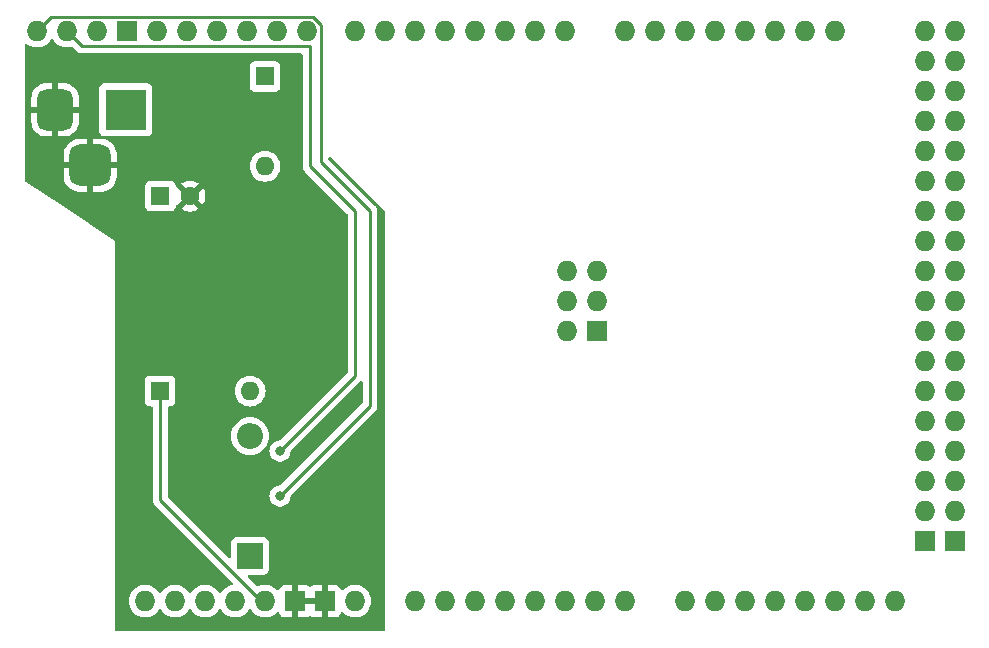
<source format=gbr>
%TF.GenerationSoftware,KiCad,Pcbnew,7.0.10*%
%TF.CreationDate,2024-05-14T13:40:59-04:00*%
%TF.ProjectId,Power PCB,506f7765-7220-4504-9342-2e6b69636164,rev?*%
%TF.SameCoordinates,Original*%
%TF.FileFunction,Copper,L2,Bot*%
%TF.FilePolarity,Positive*%
%FSLAX46Y46*%
G04 Gerber Fmt 4.6, Leading zero omitted, Abs format (unit mm)*
G04 Created by KiCad (PCBNEW 7.0.10) date 2024-05-14 13:40:59*
%MOMM*%
%LPD*%
G01*
G04 APERTURE LIST*
G04 Aperture macros list*
%AMRoundRect*
0 Rectangle with rounded corners*
0 $1 Rounding radius*
0 $2 $3 $4 $5 $6 $7 $8 $9 X,Y pos of 4 corners*
0 Add a 4 corners polygon primitive as box body*
4,1,4,$2,$3,$4,$5,$6,$7,$8,$9,$2,$3,0*
0 Add four circle primitives for the rounded corners*
1,1,$1+$1,$2,$3*
1,1,$1+$1,$4,$5*
1,1,$1+$1,$6,$7*
1,1,$1+$1,$8,$9*
0 Add four rect primitives between the rounded corners*
20,1,$1+$1,$2,$3,$4,$5,0*
20,1,$1+$1,$4,$5,$6,$7,0*
20,1,$1+$1,$6,$7,$8,$9,0*
20,1,$1+$1,$8,$9,$2,$3,0*%
G04 Aperture macros list end*
%TA.AperFunction,ComponentPad*%
%ADD10O,1.727200X1.727200*%
%TD*%
%TA.AperFunction,ComponentPad*%
%ADD11R,1.727200X1.727200*%
%TD*%
%TA.AperFunction,ComponentPad*%
%ADD12R,1.600000X1.600000*%
%TD*%
%TA.AperFunction,ComponentPad*%
%ADD13O,1.600000X1.600000*%
%TD*%
%TA.AperFunction,ComponentPad*%
%ADD14R,3.500000X3.500000*%
%TD*%
%TA.AperFunction,ComponentPad*%
%ADD15RoundRect,0.750000X-0.750000X-1.000000X0.750000X-1.000000X0.750000X1.000000X-0.750000X1.000000X0*%
%TD*%
%TA.AperFunction,ComponentPad*%
%ADD16RoundRect,0.875000X-0.875000X-0.875000X0.875000X-0.875000X0.875000X0.875000X-0.875000X0.875000X0*%
%TD*%
%TA.AperFunction,ComponentPad*%
%ADD17C,1.600000*%
%TD*%
%TA.AperFunction,ComponentPad*%
%ADD18R,2.200000X2.200000*%
%TD*%
%TA.AperFunction,ComponentPad*%
%ADD19O,2.200000X2.200000*%
%TD*%
%TA.AperFunction,ViaPad*%
%ADD20C,0.800000*%
%TD*%
%TA.AperFunction,Conductor*%
%ADD21C,0.250000*%
%TD*%
G04 APERTURE END LIST*
D10*
%TO.P,XA1,3V3,3.3V*%
%TO.N,Net-(U2-VS)*%
X134620000Y-109220000D03*
%TO.P,XA1,5V1,5V*%
%TO.N,Net-(U1-VO)*%
X137160000Y-109220000D03*
%TO.P,XA1,5V2,SPI_5V*%
%TO.N,unconnected-(XA1-SPI_5V-Pad5V2)*%
X165227000Y-81280000D03*
%TO.P,XA1,5V3,5V*%
%TO.N,unconnected-(XA1-5V-Pad5V3)*%
X193040000Y-60960000D03*
%TO.P,XA1,5V4,5V*%
%TO.N,unconnected-(XA1-5V-Pad5V4)*%
X195580000Y-60960000D03*
%TO.P,XA1,A0,A0*%
%TO.N,unconnected-(XA1-PadA0)*%
X149860000Y-109220000D03*
%TO.P,XA1,A1,A1*%
%TO.N,unconnected-(XA1-PadA1)*%
X152400000Y-109220000D03*
%TO.P,XA1,A2,A2*%
%TO.N,unconnected-(XA1-PadA2)*%
X154940000Y-109220000D03*
%TO.P,XA1,A3,A3*%
%TO.N,unconnected-(XA1-PadA3)*%
X157480000Y-109220000D03*
%TO.P,XA1,A4,A4*%
%TO.N,unconnected-(XA1-PadA4)*%
X160020000Y-109220000D03*
%TO.P,XA1,A5,A5*%
%TO.N,unconnected-(XA1-PadA5)*%
X162560000Y-109220000D03*
%TO.P,XA1,A6,A6*%
%TO.N,unconnected-(XA1-PadA6)*%
X165100000Y-109220000D03*
%TO.P,XA1,A7,A7*%
%TO.N,unconnected-(XA1-PadA7)*%
X167640000Y-109220000D03*
%TO.P,XA1,A8,A8*%
%TO.N,unconnected-(XA1-PadA8)*%
X172720000Y-109220000D03*
%TO.P,XA1,A9,A9*%
%TO.N,unconnected-(XA1-PadA9)*%
X175260000Y-109220000D03*
%TO.P,XA1,A10,A10*%
%TO.N,unconnected-(XA1-PadA10)*%
X177800000Y-109220000D03*
%TO.P,XA1,A11,A11*%
%TO.N,unconnected-(XA1-PadA11)*%
X180340000Y-109220000D03*
%TO.P,XA1,A12,A12*%
%TO.N,unconnected-(XA1-PadA12)*%
X182880000Y-109220000D03*
%TO.P,XA1,A13,A13*%
%TO.N,unconnected-(XA1-PadA13)*%
X185420000Y-109220000D03*
%TO.P,XA1,A14,A14*%
%TO.N,unconnected-(XA1-PadA14)*%
X187960000Y-109220000D03*
%TO.P,XA1,A15,A15*%
%TO.N,unconnected-(XA1-PadA15)*%
X190500000Y-109220000D03*
%TO.P,XA1,AREF,AREF*%
%TO.N,unconnected-(XA1-PadAREF)*%
X122936000Y-60960000D03*
%TO.P,XA1,D0,D0_RX0*%
%TO.N,unconnected-(XA1-D0_RX0-PadD0)*%
X162560000Y-60960000D03*
%TO.P,XA1,D1,D1_TX0*%
%TO.N,unconnected-(XA1-D1_TX0-PadD1)*%
X160020000Y-60960000D03*
%TO.P,XA1,D2,D2_INT0*%
%TO.N,unconnected-(XA1-D2_INT0-PadD2)*%
X157480000Y-60960000D03*
%TO.P,XA1,D3,D3_INT1*%
%TO.N,unconnected-(XA1-D3_INT1-PadD3)*%
X154940000Y-60960000D03*
%TO.P,XA1,D4,D4*%
%TO.N,unconnected-(XA1-PadD4)*%
X152400000Y-60960000D03*
%TO.P,XA1,D5,D5*%
%TO.N,unconnected-(XA1-PadD5)*%
X149860000Y-60960000D03*
%TO.P,XA1,D6,D6*%
%TO.N,unconnected-(XA1-PadD6)*%
X147320000Y-60960000D03*
%TO.P,XA1,D7,D7*%
%TO.N,unconnected-(XA1-PadD7)*%
X144780000Y-60960000D03*
%TO.P,XA1,D8,D8*%
%TO.N,unconnected-(XA1-PadD8)*%
X140716000Y-60960000D03*
%TO.P,XA1,D9,D9*%
%TO.N,unconnected-(XA1-PadD9)*%
X138176000Y-60960000D03*
%TO.P,XA1,D10,D10*%
%TO.N,unconnected-(XA1-PadD10)*%
X135636000Y-60960000D03*
%TO.P,XA1,D11,D11*%
%TO.N,unconnected-(XA1-PadD11)*%
X133096000Y-60960000D03*
%TO.P,XA1,D12,D12*%
%TO.N,unconnected-(XA1-PadD12)*%
X130556000Y-60960000D03*
%TO.P,XA1,D13,D13*%
%TO.N,unconnected-(XA1-PadD13)*%
X128016000Y-60960000D03*
%TO.P,XA1,D14,D14_TX3*%
%TO.N,unconnected-(XA1-D14_TX3-PadD14)*%
X167640000Y-60960000D03*
%TO.P,XA1,D15,D15_RX3*%
%TO.N,unconnected-(XA1-D15_RX3-PadD15)*%
X170180000Y-60960000D03*
%TO.P,XA1,D16,D16_TX2*%
%TO.N,unconnected-(XA1-D16_TX2-PadD16)*%
X172720000Y-60960000D03*
%TO.P,XA1,D17,D17_RX2*%
%TO.N,unconnected-(XA1-D17_RX2-PadD17)*%
X175260000Y-60960000D03*
%TO.P,XA1,D18,D18_TX1*%
%TO.N,unconnected-(XA1-D18_TX1-PadD18)*%
X177800000Y-60960000D03*
%TO.P,XA1,D19,D19_RX1*%
%TO.N,unconnected-(XA1-D19_RX1-PadD19)*%
X180340000Y-60960000D03*
%TO.P,XA1,D20,D20_SDA*%
%TO.N,unconnected-(XA1-D20_SDA-PadD20)*%
X182880000Y-60960000D03*
%TO.P,XA1,D21,D21_SCL*%
%TO.N,unconnected-(XA1-D21_SCL-PadD21)*%
X185420000Y-60960000D03*
%TO.P,XA1,D22,D22*%
%TO.N,unconnected-(XA1-PadD22)*%
X193040000Y-63500000D03*
%TO.P,XA1,D23,D23*%
%TO.N,unconnected-(XA1-PadD23)*%
X195580000Y-63500000D03*
%TO.P,XA1,D24,D24*%
%TO.N,unconnected-(XA1-PadD24)*%
X193040000Y-66040000D03*
%TO.P,XA1,D25,D25*%
%TO.N,unconnected-(XA1-PadD25)*%
X195580000Y-66040000D03*
%TO.P,XA1,D26,D26*%
%TO.N,unconnected-(XA1-PadD26)*%
X193040000Y-68580000D03*
%TO.P,XA1,D27,D27*%
%TO.N,unconnected-(XA1-PadD27)*%
X195580000Y-68580000D03*
%TO.P,XA1,D28,D28*%
%TO.N,unconnected-(XA1-PadD28)*%
X193040000Y-71120000D03*
%TO.P,XA1,D29,D29*%
%TO.N,unconnected-(XA1-PadD29)*%
X195580000Y-71120000D03*
%TO.P,XA1,D30,D30*%
%TO.N,unconnected-(XA1-PadD30)*%
X193040000Y-73660000D03*
%TO.P,XA1,D31,D31*%
%TO.N,unconnected-(XA1-PadD31)*%
X195580000Y-73660000D03*
%TO.P,XA1,D32,D32*%
%TO.N,unconnected-(XA1-PadD32)*%
X193040000Y-76200000D03*
%TO.P,XA1,D33,D33*%
%TO.N,unconnected-(XA1-PadD33)*%
X195580000Y-76200000D03*
%TO.P,XA1,D34,D34*%
%TO.N,unconnected-(XA1-PadD34)*%
X193040000Y-78740000D03*
%TO.P,XA1,D35,D35*%
%TO.N,unconnected-(XA1-PadD35)*%
X195580000Y-78740000D03*
%TO.P,XA1,D36,D36*%
%TO.N,unconnected-(XA1-PadD36)*%
X193040000Y-81280000D03*
%TO.P,XA1,D37,D37*%
%TO.N,unconnected-(XA1-PadD37)*%
X195580000Y-81280000D03*
%TO.P,XA1,D38,D38*%
%TO.N,unconnected-(XA1-PadD38)*%
X193040000Y-83820000D03*
%TO.P,XA1,D39,D39*%
%TO.N,unconnected-(XA1-PadD39)*%
X195580000Y-83820000D03*
%TO.P,XA1,D40,D40*%
%TO.N,unconnected-(XA1-PadD40)*%
X193040000Y-86360000D03*
%TO.P,XA1,D41,D41*%
%TO.N,unconnected-(XA1-PadD41)*%
X195580000Y-86360000D03*
%TO.P,XA1,D42,D42*%
%TO.N,unconnected-(XA1-PadD42)*%
X193040000Y-88900000D03*
%TO.P,XA1,D43,D43*%
%TO.N,unconnected-(XA1-PadD43)*%
X195580000Y-88900000D03*
%TO.P,XA1,D44,D44*%
%TO.N,unconnected-(XA1-PadD44)*%
X193040000Y-91440000D03*
%TO.P,XA1,D45,D45*%
%TO.N,unconnected-(XA1-PadD45)*%
X195580000Y-91440000D03*
%TO.P,XA1,D46,D46*%
%TO.N,unconnected-(XA1-PadD46)*%
X193040000Y-93980000D03*
%TO.P,XA1,D47,D47*%
%TO.N,unconnected-(XA1-PadD47)*%
X195580000Y-93980000D03*
%TO.P,XA1,D48,D48*%
%TO.N,unconnected-(XA1-PadD48)*%
X193040000Y-96520000D03*
%TO.P,XA1,D49,D49*%
%TO.N,unconnected-(XA1-PadD49)*%
X195580000Y-96520000D03*
%TO.P,XA1,D50,D50*%
%TO.N,unconnected-(XA1-PadD50)*%
X193040000Y-99060000D03*
%TO.P,XA1,D51,D51*%
%TO.N,unconnected-(XA1-PadD51)*%
X195580000Y-99060000D03*
%TO.P,XA1,D52,D52*%
%TO.N,unconnected-(XA1-PadD52)*%
X193040000Y-101600000D03*
%TO.P,XA1,D53,D53_SS*%
%TO.N,unconnected-(XA1-D53_SS-PadD53)*%
X195580000Y-101600000D03*
D11*
%TO.P,XA1,GND1,GND*%
%TO.N,GND*%
X125476000Y-60960000D03*
%TO.P,XA1,GND2,GND*%
X139700000Y-109220000D03*
%TO.P,XA1,GND3,GND*%
X142240000Y-109220000D03*
%TO.P,XA1,GND4,SPI_GND*%
%TO.N,unconnected-(XA1-SPI_GND-PadGND4)*%
X165227000Y-86360000D03*
%TO.P,XA1,GND5,GND*%
%TO.N,GND*%
X193040000Y-104140000D03*
%TO.P,XA1,GND6,GND*%
X195580000Y-104140000D03*
D10*
%TO.P,XA1,IORF,IOREF*%
%TO.N,unconnected-(XA1-IOREF-PadIORF)*%
X129540000Y-109220000D03*
%TO.P,XA1,MISO,SPI_MISO*%
%TO.N,unconnected-(XA1-SPI_MISO-PadMISO)*%
X162687000Y-81280000D03*
%TO.P,XA1,MOSI,SPI_MOSI*%
%TO.N,unconnected-(XA1-SPI_MOSI-PadMOSI)*%
X165227000Y-83820000D03*
%TO.P,XA1,RST1,RESET*%
%TO.N,unconnected-(XA1-RESET-PadRST1)*%
X132080000Y-109220000D03*
%TO.P,XA1,RST2,SPI_RESET*%
%TO.N,unconnected-(XA1-SPI_RESET-PadRST2)*%
X162687000Y-86360000D03*
%TO.P,XA1,SCK,SPI_SCK*%
%TO.N,unconnected-(XA1-SPI_SCK-PadSCK)*%
X162687000Y-83820000D03*
%TO.P,XA1,SCL,SCL*%
%TO.N,Net-(U2-SCL)*%
X117856000Y-60960000D03*
%TO.P,XA1,SDA,SDA*%
%TO.N,Net-(U2-SDA)*%
X120396000Y-60960000D03*
%TO.P,XA1,VBAT,VBAT*%
%TO.N,Net-(D2-K)*%
X127000000Y-109220000D03*
%TO.P,XA1,VIN,VIN*%
%TO.N,unconnected-(XA1-PadVIN)*%
X144780000Y-109220000D03*
%TD*%
D12*
%TO.P,SW1,1*%
%TO.N,Net-(U1-VO)*%
X128280000Y-91440000D03*
D13*
%TO.P,SW1,2*%
%TO.N,Net-(D2-A)*%
X135900000Y-91440000D03*
%TD*%
D14*
%TO.P,J1,1*%
%TO.N,Net-(J1-Pad1)*%
X125380000Y-67622500D03*
D15*
%TO.P,J1,2*%
%TO.N,GND*%
X119380000Y-67622500D03*
D16*
%TO.P,J1,3*%
X122380000Y-72322500D03*
%TD*%
D12*
%TO.P,SW2,1*%
%TO.N,Net-(J1-Pad1)*%
X137160000Y-64780000D03*
D13*
%TO.P,SW2,2*%
%TO.N,Net-(D1-A)*%
X137160000Y-72400000D03*
%TD*%
D12*
%TO.P,C2,1*%
%TO.N,Net-(U1-VI)*%
X128310000Y-74930000D03*
D17*
%TO.P,C2,2*%
%TO.N,GND*%
X130810000Y-74930000D03*
%TD*%
D18*
%TO.P,D2,1,K*%
%TO.N,Net-(D2-K)*%
X135890000Y-105410000D03*
D19*
%TO.P,D2,2,A*%
%TO.N,Net-(D2-A)*%
X135890000Y-95250000D03*
%TD*%
D20*
%TO.N,GND*%
X124460000Y-76200000D03*
X140970000Y-105410000D03*
X125730000Y-88900000D03*
X125730000Y-96520000D03*
X132080000Y-106680000D03*
X130810000Y-63500000D03*
X132080000Y-96520000D03*
X134620000Y-76200000D03*
%TO.N,Net-(U2-SCL)*%
X138430000Y-100330000D03*
%TO.N,Net-(U2-SDA)*%
X138430000Y-96520000D03*
%TD*%
D21*
%TO.N,Net-(U2-SCL)*%
X146050000Y-92710000D02*
X146050000Y-76200000D01*
X141208335Y-59771400D02*
X119044600Y-59771400D01*
X138430000Y-100330000D02*
X146050000Y-92710000D01*
X141904600Y-72054600D02*
X141904600Y-60467665D01*
X146050000Y-76200000D02*
X141904600Y-72054600D01*
X141904600Y-60467665D02*
X141208335Y-59771400D01*
X119044600Y-59771400D02*
X117856000Y-60960000D01*
%TO.N,Net-(U1-VO)*%
X136850000Y-109220000D02*
X137160000Y-109220000D01*
X128280000Y-91440000D02*
X128280000Y-100650000D01*
X128280000Y-100650000D02*
X136850000Y-109220000D01*
%TO.N,Net-(U2-SDA)*%
X138430000Y-96520000D02*
X144780000Y-90170000D01*
X140970000Y-72390000D02*
X140970000Y-62230000D01*
X121666000Y-62230000D02*
X120396000Y-60960000D01*
X144780000Y-76200000D02*
X140970000Y-72390000D01*
X140970000Y-62230000D02*
X121666000Y-62230000D01*
X144780000Y-90170000D02*
X144780000Y-76200000D01*
%TD*%
%TA.AperFunction,Conductor*%
%TO.N,GND*%
G36*
X141773155Y-109006799D02*
G01*
X141732000Y-109146961D01*
X141732000Y-109293039D01*
X141773155Y-109433201D01*
X141796804Y-109470000D01*
X140143196Y-109470000D01*
X140166845Y-109433201D01*
X140208000Y-109293039D01*
X140208000Y-109146961D01*
X140166845Y-109006799D01*
X140143196Y-108970000D01*
X141796804Y-108970000D01*
X141773155Y-109006799D01*
G37*
%TD.AperFunction*%
%TA.AperFunction,Conductor*%
G36*
X119207905Y-61643753D02*
G01*
X119229804Y-61669025D01*
X119315844Y-61800719D01*
X119315849Y-61800724D01*
X119315850Y-61800727D01*
X119468950Y-61967036D01*
X119468954Y-61967040D01*
X119647351Y-62105893D01*
X119846169Y-62213488D01*
X119846172Y-62213489D01*
X120059982Y-62286890D01*
X120059984Y-62286890D01*
X120059986Y-62286891D01*
X120282967Y-62324100D01*
X120282968Y-62324100D01*
X120509032Y-62324100D01*
X120509033Y-62324100D01*
X120732014Y-62286891D01*
X120737918Y-62284863D01*
X120807714Y-62281708D01*
X120865870Y-62314461D01*
X121165197Y-62613788D01*
X121175022Y-62626051D01*
X121175243Y-62625869D01*
X121180211Y-62631874D01*
X121229222Y-62677899D01*
X121232021Y-62680612D01*
X121251522Y-62700114D01*
X121251526Y-62700117D01*
X121251529Y-62700120D01*
X121254702Y-62702581D01*
X121263574Y-62710159D01*
X121295418Y-62740062D01*
X121312976Y-62749714D01*
X121329235Y-62760395D01*
X121345064Y-62772673D01*
X121385155Y-62790021D01*
X121395626Y-62795151D01*
X121418180Y-62807550D01*
X121433902Y-62816194D01*
X121433904Y-62816195D01*
X121433908Y-62816197D01*
X121453316Y-62821180D01*
X121471719Y-62827481D01*
X121490101Y-62835436D01*
X121490102Y-62835436D01*
X121490104Y-62835437D01*
X121533250Y-62842270D01*
X121544672Y-62844636D01*
X121586981Y-62855500D01*
X121607016Y-62855500D01*
X121626414Y-62857026D01*
X121646194Y-62860159D01*
X121646195Y-62860160D01*
X121646195Y-62860159D01*
X121646196Y-62860160D01*
X121689675Y-62856050D01*
X121701344Y-62855500D01*
X140220500Y-62855500D01*
X140287539Y-62875185D01*
X140333294Y-62927989D01*
X140344500Y-62979500D01*
X140344500Y-72307255D01*
X140342775Y-72322872D01*
X140343061Y-72322899D01*
X140342326Y-72330665D01*
X140344439Y-72397872D01*
X140344500Y-72401767D01*
X140344500Y-72429357D01*
X140345003Y-72433335D01*
X140345918Y-72444967D01*
X140347290Y-72488624D01*
X140347291Y-72488627D01*
X140352880Y-72507867D01*
X140356824Y-72526911D01*
X140357511Y-72532344D01*
X140359336Y-72546792D01*
X140375414Y-72587403D01*
X140379197Y-72598452D01*
X140387403Y-72626697D01*
X140391382Y-72640390D01*
X140399015Y-72653298D01*
X140401580Y-72657634D01*
X140410138Y-72675103D01*
X140417514Y-72693732D01*
X140443181Y-72729060D01*
X140449593Y-72738821D01*
X140471828Y-72776417D01*
X140471833Y-72776424D01*
X140485990Y-72790580D01*
X140498627Y-72805375D01*
X140510406Y-72821587D01*
X140540517Y-72846497D01*
X140544057Y-72849425D01*
X140552698Y-72857288D01*
X144118181Y-76422771D01*
X144151666Y-76484094D01*
X144154500Y-76510452D01*
X144154500Y-89859547D01*
X144134815Y-89926586D01*
X144118181Y-89947228D01*
X138482228Y-95583181D01*
X138420905Y-95616666D01*
X138394547Y-95619500D01*
X138335354Y-95619500D01*
X138302897Y-95626398D01*
X138150197Y-95658855D01*
X138150192Y-95658857D01*
X137977270Y-95735848D01*
X137977265Y-95735851D01*
X137824129Y-95847111D01*
X137697466Y-95987785D01*
X137602821Y-96151715D01*
X137602818Y-96151722D01*
X137544327Y-96331740D01*
X137544326Y-96331744D01*
X137524540Y-96520000D01*
X137544326Y-96708256D01*
X137544327Y-96708259D01*
X137602818Y-96888277D01*
X137602821Y-96888284D01*
X137697467Y-97052216D01*
X137824129Y-97192888D01*
X137977265Y-97304148D01*
X137977270Y-97304151D01*
X138150192Y-97381142D01*
X138150197Y-97381144D01*
X138335354Y-97420500D01*
X138335355Y-97420500D01*
X138524644Y-97420500D01*
X138524646Y-97420500D01*
X138709803Y-97381144D01*
X138882730Y-97304151D01*
X139035871Y-97192888D01*
X139162533Y-97052216D01*
X139257179Y-96888284D01*
X139315674Y-96708256D01*
X139333321Y-96540345D01*
X139359905Y-96475732D01*
X139368952Y-96465636D01*
X145163788Y-90670801D01*
X145176042Y-90660986D01*
X145175859Y-90660764D01*
X145181868Y-90655791D01*
X145181877Y-90655786D01*
X145210109Y-90625720D01*
X145270347Y-90590327D01*
X145340161Y-90593119D01*
X145397382Y-90633211D01*
X145423845Y-90697876D01*
X145424500Y-90710605D01*
X145424500Y-92399547D01*
X145404815Y-92466586D01*
X145388181Y-92487228D01*
X138482228Y-99393181D01*
X138420905Y-99426666D01*
X138394547Y-99429500D01*
X138335354Y-99429500D01*
X138302897Y-99436398D01*
X138150197Y-99468855D01*
X138150192Y-99468857D01*
X137977270Y-99545848D01*
X137977265Y-99545851D01*
X137824129Y-99657111D01*
X137697466Y-99797785D01*
X137602821Y-99961715D01*
X137602818Y-99961722D01*
X137544327Y-100141740D01*
X137544326Y-100141744D01*
X137524540Y-100330000D01*
X137544326Y-100518256D01*
X137544327Y-100518259D01*
X137602818Y-100698277D01*
X137602821Y-100698284D01*
X137697467Y-100862216D01*
X137763095Y-100935103D01*
X137824129Y-101002888D01*
X137977265Y-101114148D01*
X137977270Y-101114151D01*
X138150192Y-101191142D01*
X138150197Y-101191144D01*
X138335354Y-101230500D01*
X138335355Y-101230500D01*
X138524644Y-101230500D01*
X138524646Y-101230500D01*
X138709803Y-101191144D01*
X138882730Y-101114151D01*
X139035871Y-101002888D01*
X139162533Y-100862216D01*
X139257179Y-100698284D01*
X139315674Y-100518256D01*
X139333321Y-100350345D01*
X139359905Y-100285732D01*
X139368952Y-100275636D01*
X146433788Y-93210801D01*
X146446042Y-93200986D01*
X146445859Y-93200764D01*
X146451868Y-93195791D01*
X146451877Y-93195786D01*
X146497949Y-93146722D01*
X146500566Y-93144023D01*
X146520120Y-93124471D01*
X146522576Y-93121303D01*
X146530156Y-93112427D01*
X146560062Y-93080582D01*
X146569713Y-93063024D01*
X146580396Y-93046761D01*
X146592673Y-93030936D01*
X146610021Y-92990844D01*
X146615151Y-92980371D01*
X146636197Y-92942092D01*
X146641180Y-92922680D01*
X146647481Y-92904280D01*
X146655437Y-92885896D01*
X146662270Y-92842748D01*
X146664633Y-92831338D01*
X146675500Y-92789019D01*
X146675500Y-92768983D01*
X146677027Y-92749582D01*
X146680160Y-92729804D01*
X146676050Y-92686324D01*
X146675500Y-92674655D01*
X146675500Y-76282742D01*
X146677224Y-76267122D01*
X146676939Y-76267096D01*
X146677671Y-76259340D01*
X146677673Y-76259333D01*
X146675561Y-76192126D01*
X146675500Y-76188231D01*
X146675500Y-76160654D01*
X146675500Y-76160650D01*
X146674996Y-76156665D01*
X146674080Y-76145021D01*
X146672709Y-76101373D01*
X146667122Y-76082144D01*
X146663174Y-76063084D01*
X146660663Y-76043204D01*
X146644588Y-76002604D01*
X146640804Y-75991552D01*
X146628618Y-75949609D01*
X146628616Y-75949606D01*
X146618423Y-75932371D01*
X146609861Y-75914894D01*
X146602487Y-75896269D01*
X146576816Y-75860937D01*
X146570405Y-75851177D01*
X146548170Y-75813580D01*
X146548168Y-75813578D01*
X146548165Y-75813574D01*
X146534006Y-75799415D01*
X146521368Y-75784619D01*
X146516466Y-75777872D01*
X146509594Y-75768413D01*
X146475940Y-75740572D01*
X146467299Y-75732709D01*
X142566419Y-71831828D01*
X142532934Y-71770505D01*
X142530100Y-71744147D01*
X142530100Y-71710169D01*
X142549785Y-71643130D01*
X142602589Y-71597375D01*
X142671747Y-71587431D01*
X142735303Y-71616456D01*
X142741781Y-71622488D01*
X147283181Y-76163888D01*
X147316666Y-76225211D01*
X147319500Y-76251569D01*
X147319500Y-111635500D01*
X147299815Y-111702539D01*
X147247011Y-111748294D01*
X147195500Y-111759500D01*
X124584500Y-111759500D01*
X124517461Y-111739815D01*
X124471706Y-111687011D01*
X124460500Y-111635500D01*
X124460500Y-109220006D01*
X125631225Y-109220006D01*
X125649892Y-109445289D01*
X125705388Y-109664439D01*
X125796198Y-109871466D01*
X125919842Y-110060716D01*
X125919850Y-110060727D01*
X126072950Y-110227036D01*
X126072954Y-110227040D01*
X126251351Y-110365893D01*
X126450169Y-110473488D01*
X126450172Y-110473489D01*
X126663982Y-110546890D01*
X126663984Y-110546890D01*
X126663986Y-110546891D01*
X126886967Y-110584100D01*
X126886968Y-110584100D01*
X127113032Y-110584100D01*
X127113033Y-110584100D01*
X127336014Y-110546891D01*
X127549831Y-110473488D01*
X127748649Y-110365893D01*
X127927046Y-110227040D01*
X128080156Y-110060719D01*
X128166193Y-109929028D01*
X128219338Y-109883675D01*
X128288569Y-109874251D01*
X128351905Y-109903753D01*
X128373804Y-109929025D01*
X128459844Y-110060719D01*
X128459849Y-110060724D01*
X128459850Y-110060727D01*
X128612950Y-110227036D01*
X128612954Y-110227040D01*
X128791351Y-110365893D01*
X128990169Y-110473488D01*
X128990172Y-110473489D01*
X129203982Y-110546890D01*
X129203984Y-110546890D01*
X129203986Y-110546891D01*
X129426967Y-110584100D01*
X129426968Y-110584100D01*
X129653032Y-110584100D01*
X129653033Y-110584100D01*
X129876014Y-110546891D01*
X130089831Y-110473488D01*
X130288649Y-110365893D01*
X130467046Y-110227040D01*
X130620156Y-110060719D01*
X130706193Y-109929028D01*
X130759338Y-109883675D01*
X130828569Y-109874251D01*
X130891905Y-109903753D01*
X130913804Y-109929025D01*
X130999844Y-110060719D01*
X130999849Y-110060724D01*
X130999850Y-110060727D01*
X131152950Y-110227036D01*
X131152954Y-110227040D01*
X131331351Y-110365893D01*
X131530169Y-110473488D01*
X131530172Y-110473489D01*
X131743982Y-110546890D01*
X131743984Y-110546890D01*
X131743986Y-110546891D01*
X131966967Y-110584100D01*
X131966968Y-110584100D01*
X132193032Y-110584100D01*
X132193033Y-110584100D01*
X132416014Y-110546891D01*
X132629831Y-110473488D01*
X132828649Y-110365893D01*
X133007046Y-110227040D01*
X133160156Y-110060719D01*
X133246193Y-109929028D01*
X133299338Y-109883675D01*
X133368569Y-109874251D01*
X133431905Y-109903753D01*
X133453804Y-109929025D01*
X133539844Y-110060719D01*
X133539849Y-110060724D01*
X133539850Y-110060727D01*
X133692950Y-110227036D01*
X133692954Y-110227040D01*
X133871351Y-110365893D01*
X134070169Y-110473488D01*
X134070172Y-110473489D01*
X134283982Y-110546890D01*
X134283984Y-110546890D01*
X134283986Y-110546891D01*
X134506967Y-110584100D01*
X134506968Y-110584100D01*
X134733032Y-110584100D01*
X134733033Y-110584100D01*
X134956014Y-110546891D01*
X135169831Y-110473488D01*
X135368649Y-110365893D01*
X135547046Y-110227040D01*
X135700156Y-110060719D01*
X135786193Y-109929028D01*
X135839338Y-109883675D01*
X135908569Y-109874251D01*
X135971905Y-109903753D01*
X135993804Y-109929025D01*
X136079844Y-110060719D01*
X136079849Y-110060724D01*
X136079850Y-110060727D01*
X136232950Y-110227036D01*
X136232954Y-110227040D01*
X136411351Y-110365893D01*
X136610169Y-110473488D01*
X136610172Y-110473489D01*
X136823982Y-110546890D01*
X136823984Y-110546890D01*
X136823986Y-110546891D01*
X137046967Y-110584100D01*
X137046968Y-110584100D01*
X137273032Y-110584100D01*
X137273033Y-110584100D01*
X137496014Y-110546891D01*
X137709831Y-110473488D01*
X137908649Y-110365893D01*
X138087046Y-110227040D01*
X138141815Y-110167545D01*
X138201699Y-110131557D01*
X138271537Y-110133657D01*
X138329153Y-110173180D01*
X138349224Y-110208196D01*
X138393046Y-110325688D01*
X138393049Y-110325693D01*
X138479209Y-110440787D01*
X138479212Y-110440790D01*
X138594306Y-110526950D01*
X138594313Y-110526954D01*
X138729020Y-110577196D01*
X138729027Y-110577198D01*
X138788555Y-110583599D01*
X138788572Y-110583600D01*
X139450000Y-110583600D01*
X139450000Y-109664297D01*
X139555408Y-109712435D01*
X139663666Y-109728000D01*
X139736334Y-109728000D01*
X139844592Y-109712435D01*
X139950000Y-109664297D01*
X139950000Y-110583600D01*
X140611428Y-110583600D01*
X140611444Y-110583599D01*
X140670972Y-110577198D01*
X140670979Y-110577196D01*
X140805686Y-110526954D01*
X140805689Y-110526952D01*
X140895688Y-110459579D01*
X140961152Y-110435161D01*
X141029426Y-110450012D01*
X141044312Y-110459579D01*
X141134310Y-110526952D01*
X141134313Y-110526954D01*
X141269020Y-110577196D01*
X141269027Y-110577198D01*
X141328555Y-110583599D01*
X141328572Y-110583600D01*
X141990000Y-110583600D01*
X141990000Y-109664297D01*
X142095408Y-109712435D01*
X142203666Y-109728000D01*
X142276334Y-109728000D01*
X142384592Y-109712435D01*
X142490000Y-109664297D01*
X142490000Y-110583600D01*
X143151428Y-110583600D01*
X143151444Y-110583599D01*
X143210972Y-110577198D01*
X143210979Y-110577196D01*
X143345686Y-110526954D01*
X143345693Y-110526950D01*
X143460787Y-110440790D01*
X143460790Y-110440787D01*
X143546950Y-110325693D01*
X143546954Y-110325686D01*
X143590775Y-110208197D01*
X143632646Y-110152263D01*
X143698110Y-110127846D01*
X143766383Y-110142698D01*
X143798186Y-110167547D01*
X143852950Y-110227036D01*
X143852954Y-110227040D01*
X144031351Y-110365893D01*
X144230169Y-110473488D01*
X144230172Y-110473489D01*
X144443982Y-110546890D01*
X144443984Y-110546890D01*
X144443986Y-110546891D01*
X144666967Y-110584100D01*
X144666968Y-110584100D01*
X144893032Y-110584100D01*
X144893033Y-110584100D01*
X145116014Y-110546891D01*
X145329831Y-110473488D01*
X145528649Y-110365893D01*
X145707046Y-110227040D01*
X145860156Y-110060719D01*
X145983802Y-109871465D01*
X146074611Y-109664441D01*
X146130107Y-109445293D01*
X146148775Y-109220000D01*
X146148775Y-109219993D01*
X146130107Y-108994710D01*
X146130107Y-108994707D01*
X146074611Y-108775559D01*
X145983802Y-108568535D01*
X145860156Y-108379281D01*
X145860153Y-108379278D01*
X145860149Y-108379272D01*
X145707049Y-108212963D01*
X145707048Y-108212962D01*
X145707046Y-108212960D01*
X145528649Y-108074107D01*
X145413575Y-108011832D01*
X145329832Y-107966512D01*
X145329827Y-107966510D01*
X145116017Y-107893109D01*
X144934388Y-107862801D01*
X144893033Y-107855900D01*
X144666967Y-107855900D01*
X144648294Y-107859016D01*
X144443982Y-107893109D01*
X144230172Y-107966510D01*
X144230167Y-107966512D01*
X144031352Y-108074106D01*
X143852955Y-108212958D01*
X143798186Y-108272453D01*
X143738298Y-108308443D01*
X143668460Y-108306342D01*
X143610845Y-108266817D01*
X143590775Y-108231802D01*
X143546954Y-108114313D01*
X143546950Y-108114306D01*
X143460790Y-107999212D01*
X143460787Y-107999209D01*
X143345693Y-107913049D01*
X143345686Y-107913045D01*
X143210979Y-107862803D01*
X143210972Y-107862801D01*
X143151444Y-107856400D01*
X142490000Y-107856400D01*
X142490000Y-108775702D01*
X142384592Y-108727565D01*
X142276334Y-108712000D01*
X142203666Y-108712000D01*
X142095408Y-108727565D01*
X141990000Y-108775702D01*
X141990000Y-107856400D01*
X141328555Y-107856400D01*
X141269027Y-107862801D01*
X141269020Y-107862803D01*
X141134313Y-107913045D01*
X141134311Y-107913047D01*
X141044311Y-107980421D01*
X140978847Y-108004838D01*
X140910574Y-107989987D01*
X140895689Y-107980421D01*
X140805688Y-107913047D01*
X140805686Y-107913045D01*
X140670979Y-107862803D01*
X140670972Y-107862801D01*
X140611444Y-107856400D01*
X139950000Y-107856400D01*
X139950000Y-108775702D01*
X139844592Y-108727565D01*
X139736334Y-108712000D01*
X139663666Y-108712000D01*
X139555408Y-108727565D01*
X139450000Y-108775702D01*
X139450000Y-107856400D01*
X138788555Y-107856400D01*
X138729027Y-107862801D01*
X138729020Y-107862803D01*
X138594313Y-107913045D01*
X138594306Y-107913049D01*
X138479212Y-107999209D01*
X138479209Y-107999212D01*
X138393049Y-108114306D01*
X138393046Y-108114312D01*
X138349224Y-108231803D01*
X138307352Y-108287736D01*
X138241887Y-108312153D01*
X138173615Y-108297301D01*
X138141813Y-108272452D01*
X138087049Y-108212963D01*
X138087048Y-108212962D01*
X138087046Y-108212960D01*
X137908649Y-108074107D01*
X137793575Y-108011832D01*
X137709832Y-107966512D01*
X137709827Y-107966510D01*
X137496017Y-107893109D01*
X137314388Y-107862801D01*
X137273033Y-107855900D01*
X137046967Y-107855900D01*
X137028294Y-107859016D01*
X136823982Y-107893109D01*
X136610177Y-107966509D01*
X136610174Y-107966510D01*
X136610169Y-107966512D01*
X136610164Y-107966514D01*
X136610161Y-107966516D01*
X136607739Y-107967827D01*
X136606635Y-107968062D01*
X136605472Y-107968573D01*
X136605367Y-107968333D01*
X136539410Y-107982421D01*
X136474039Y-107957757D01*
X136461043Y-107946452D01*
X135736771Y-107222180D01*
X135703286Y-107160857D01*
X135708270Y-107091165D01*
X135750142Y-107035232D01*
X135815606Y-107010815D01*
X135824452Y-107010499D01*
X137037871Y-107010499D01*
X137037872Y-107010499D01*
X137097483Y-107004091D01*
X137232331Y-106953796D01*
X137347546Y-106867546D01*
X137433796Y-106752331D01*
X137484091Y-106617483D01*
X137490500Y-106557873D01*
X137490499Y-104262128D01*
X137484091Y-104202517D01*
X137433796Y-104067669D01*
X137433795Y-104067668D01*
X137433793Y-104067664D01*
X137347547Y-103952455D01*
X137347544Y-103952452D01*
X137232335Y-103866206D01*
X137232328Y-103866202D01*
X137097482Y-103815908D01*
X137097483Y-103815908D01*
X137037883Y-103809501D01*
X137037881Y-103809500D01*
X137037873Y-103809500D01*
X137037864Y-103809500D01*
X134742129Y-103809500D01*
X134742123Y-103809501D01*
X134682516Y-103815908D01*
X134547671Y-103866202D01*
X134547664Y-103866206D01*
X134432455Y-103952452D01*
X134432452Y-103952455D01*
X134346206Y-104067664D01*
X134346202Y-104067671D01*
X134295908Y-104202517D01*
X134289501Y-104262116D01*
X134289501Y-104262123D01*
X134289500Y-104262135D01*
X134289500Y-105475547D01*
X134269815Y-105542586D01*
X134217011Y-105588341D01*
X134147853Y-105598285D01*
X134084297Y-105569260D01*
X134077819Y-105563228D01*
X128941819Y-100427228D01*
X128908334Y-100365905D01*
X128905500Y-100339547D01*
X128905500Y-95250000D01*
X134284551Y-95250000D01*
X134304317Y-95501151D01*
X134363126Y-95746110D01*
X134459533Y-95978859D01*
X134591160Y-96193653D01*
X134591161Y-96193656D01*
X134591164Y-96193659D01*
X134754776Y-96385224D01*
X134890466Y-96501114D01*
X134946343Y-96548838D01*
X134946346Y-96548839D01*
X135161140Y-96680466D01*
X135393889Y-96776873D01*
X135638852Y-96835683D01*
X135890000Y-96855449D01*
X136141148Y-96835683D01*
X136386111Y-96776873D01*
X136618859Y-96680466D01*
X136833659Y-96548836D01*
X137025224Y-96385224D01*
X137188836Y-96193659D01*
X137320466Y-95978859D01*
X137416873Y-95746111D01*
X137475683Y-95501148D01*
X137495449Y-95250000D01*
X137475683Y-94998852D01*
X137416873Y-94753889D01*
X137320466Y-94521141D01*
X137320466Y-94521140D01*
X137188839Y-94306346D01*
X137188838Y-94306343D01*
X137151875Y-94263066D01*
X137025224Y-94114776D01*
X136898571Y-94006604D01*
X136833656Y-93951161D01*
X136833653Y-93951160D01*
X136618859Y-93819533D01*
X136386110Y-93723126D01*
X136141151Y-93664317D01*
X135890000Y-93644551D01*
X135638848Y-93664317D01*
X135393889Y-93723126D01*
X135161140Y-93819533D01*
X134946346Y-93951160D01*
X134946343Y-93951161D01*
X134754776Y-94114776D01*
X134591161Y-94306343D01*
X134591160Y-94306346D01*
X134459533Y-94521140D01*
X134363126Y-94753889D01*
X134304317Y-94998848D01*
X134284551Y-95250000D01*
X128905500Y-95250000D01*
X128905500Y-92864499D01*
X128925185Y-92797460D01*
X128977989Y-92751705D01*
X129029500Y-92740499D01*
X129127871Y-92740499D01*
X129127872Y-92740499D01*
X129187483Y-92734091D01*
X129322331Y-92683796D01*
X129437546Y-92597546D01*
X129523796Y-92482331D01*
X129574091Y-92347483D01*
X129580500Y-92287873D01*
X129580500Y-91440001D01*
X134594532Y-91440001D01*
X134614364Y-91666686D01*
X134614366Y-91666697D01*
X134673258Y-91886488D01*
X134673261Y-91886497D01*
X134769431Y-92092732D01*
X134769432Y-92092734D01*
X134899954Y-92279141D01*
X135060858Y-92440045D01*
X135060861Y-92440047D01*
X135247266Y-92570568D01*
X135453504Y-92666739D01*
X135673308Y-92725635D01*
X135835230Y-92739801D01*
X135899998Y-92745468D01*
X135900000Y-92745468D01*
X135900002Y-92745468D01*
X135956807Y-92740498D01*
X136126692Y-92725635D01*
X136346496Y-92666739D01*
X136552734Y-92570568D01*
X136739139Y-92440047D01*
X136900047Y-92279139D01*
X137030568Y-92092734D01*
X137126739Y-91886496D01*
X137185635Y-91666692D01*
X137205468Y-91440000D01*
X137185635Y-91213308D01*
X137126739Y-90993504D01*
X137030568Y-90787266D01*
X136900047Y-90600861D01*
X136900045Y-90600858D01*
X136739141Y-90439954D01*
X136552734Y-90309432D01*
X136552732Y-90309431D01*
X136346497Y-90213261D01*
X136346488Y-90213258D01*
X136126697Y-90154366D01*
X136126693Y-90154365D01*
X136126692Y-90154365D01*
X136126691Y-90154364D01*
X136126686Y-90154364D01*
X135900002Y-90134532D01*
X135899998Y-90134532D01*
X135673313Y-90154364D01*
X135673302Y-90154366D01*
X135453511Y-90213258D01*
X135453502Y-90213261D01*
X135247267Y-90309431D01*
X135247265Y-90309432D01*
X135060858Y-90439954D01*
X134899954Y-90600858D01*
X134769432Y-90787265D01*
X134769431Y-90787267D01*
X134673261Y-90993502D01*
X134673258Y-90993511D01*
X134614366Y-91213302D01*
X134614364Y-91213313D01*
X134594532Y-91439998D01*
X134594532Y-91440001D01*
X129580500Y-91440001D01*
X129580499Y-90592128D01*
X129574091Y-90532517D01*
X129567361Y-90514474D01*
X129523797Y-90397671D01*
X129523793Y-90397664D01*
X129437547Y-90282455D01*
X129437544Y-90282452D01*
X129322335Y-90196206D01*
X129322328Y-90196202D01*
X129187482Y-90145908D01*
X129187483Y-90145908D01*
X129127883Y-90139501D01*
X129127881Y-90139500D01*
X129127873Y-90139500D01*
X129127864Y-90139500D01*
X127432129Y-90139500D01*
X127432123Y-90139501D01*
X127372516Y-90145908D01*
X127237671Y-90196202D01*
X127237664Y-90196206D01*
X127122455Y-90282452D01*
X127122452Y-90282455D01*
X127036206Y-90397664D01*
X127036202Y-90397671D01*
X126985908Y-90532517D01*
X126979501Y-90592116D01*
X126979501Y-90592123D01*
X126979500Y-90592135D01*
X126979500Y-92287870D01*
X126979501Y-92287876D01*
X126985908Y-92347483D01*
X127036202Y-92482328D01*
X127036206Y-92482335D01*
X127122452Y-92597544D01*
X127122455Y-92597547D01*
X127237664Y-92683793D01*
X127237671Y-92683797D01*
X127282618Y-92700561D01*
X127372517Y-92734091D01*
X127432127Y-92740500D01*
X127530500Y-92740499D01*
X127597538Y-92760183D01*
X127643294Y-92812986D01*
X127654500Y-92864499D01*
X127654500Y-100567255D01*
X127652775Y-100582872D01*
X127653061Y-100582899D01*
X127652326Y-100590665D01*
X127654439Y-100657872D01*
X127654500Y-100661767D01*
X127654500Y-100689357D01*
X127655003Y-100693335D01*
X127655918Y-100704967D01*
X127657290Y-100748624D01*
X127657291Y-100748627D01*
X127662880Y-100767867D01*
X127666824Y-100786911D01*
X127669336Y-100806792D01*
X127685414Y-100847403D01*
X127689197Y-100858452D01*
X127701381Y-100900388D01*
X127711580Y-100917634D01*
X127720138Y-100935103D01*
X127727514Y-100953732D01*
X127753181Y-100989060D01*
X127759593Y-100998821D01*
X127781828Y-101036417D01*
X127781833Y-101036424D01*
X127795990Y-101050580D01*
X127808628Y-101065376D01*
X127820405Y-101081586D01*
X127820406Y-101081587D01*
X127854057Y-101109425D01*
X127862698Y-101117288D01*
X134417477Y-107672068D01*
X134450962Y-107733391D01*
X134445978Y-107803083D01*
X134404106Y-107859016D01*
X134350207Y-107882058D01*
X134283981Y-107893109D01*
X134070172Y-107966510D01*
X134070167Y-107966512D01*
X133871352Y-108074106D01*
X133692955Y-108212959D01*
X133692950Y-108212963D01*
X133539850Y-108379272D01*
X133539842Y-108379283D01*
X133453808Y-108510968D01*
X133400662Y-108556325D01*
X133331430Y-108565748D01*
X133268095Y-108536246D01*
X133246192Y-108510968D01*
X133160157Y-108379283D01*
X133160149Y-108379272D01*
X133007049Y-108212963D01*
X133007048Y-108212962D01*
X133007046Y-108212960D01*
X132828649Y-108074107D01*
X132713575Y-108011832D01*
X132629832Y-107966512D01*
X132629827Y-107966510D01*
X132416017Y-107893109D01*
X132234388Y-107862801D01*
X132193033Y-107855900D01*
X131966967Y-107855900D01*
X131948294Y-107859016D01*
X131743982Y-107893109D01*
X131530172Y-107966510D01*
X131530167Y-107966512D01*
X131331352Y-108074106D01*
X131152955Y-108212959D01*
X131152950Y-108212963D01*
X130999850Y-108379272D01*
X130999842Y-108379283D01*
X130913808Y-108510968D01*
X130860662Y-108556325D01*
X130791430Y-108565748D01*
X130728095Y-108536246D01*
X130706192Y-108510968D01*
X130620157Y-108379283D01*
X130620149Y-108379272D01*
X130467049Y-108212963D01*
X130467048Y-108212962D01*
X130467046Y-108212960D01*
X130288649Y-108074107D01*
X130173575Y-108011832D01*
X130089832Y-107966512D01*
X130089827Y-107966510D01*
X129876017Y-107893109D01*
X129694388Y-107862801D01*
X129653033Y-107855900D01*
X129426967Y-107855900D01*
X129408294Y-107859016D01*
X129203982Y-107893109D01*
X128990172Y-107966510D01*
X128990167Y-107966512D01*
X128791352Y-108074106D01*
X128612955Y-108212959D01*
X128612950Y-108212963D01*
X128459850Y-108379272D01*
X128459842Y-108379283D01*
X128373808Y-108510968D01*
X128320662Y-108556325D01*
X128251430Y-108565748D01*
X128188095Y-108536246D01*
X128166192Y-108510968D01*
X128080157Y-108379283D01*
X128080149Y-108379272D01*
X127927049Y-108212963D01*
X127927048Y-108212962D01*
X127927046Y-108212960D01*
X127748649Y-108074107D01*
X127633575Y-108011832D01*
X127549832Y-107966512D01*
X127549827Y-107966510D01*
X127336017Y-107893109D01*
X127154388Y-107862801D01*
X127113033Y-107855900D01*
X126886967Y-107855900D01*
X126868294Y-107859016D01*
X126663982Y-107893109D01*
X126450172Y-107966510D01*
X126450167Y-107966512D01*
X126251352Y-108074106D01*
X126072955Y-108212959D01*
X126072950Y-108212963D01*
X125919850Y-108379272D01*
X125919842Y-108379283D01*
X125796198Y-108568533D01*
X125705388Y-108775560D01*
X125649892Y-108994710D01*
X125631225Y-109219993D01*
X125631225Y-109220006D01*
X124460500Y-109220006D01*
X124460500Y-80022326D01*
X124461591Y-80011307D01*
X124460000Y-79995063D01*
X124460000Y-78739999D01*
X120016806Y-75777870D01*
X127009500Y-75777870D01*
X127009501Y-75777876D01*
X127015908Y-75837483D01*
X127066202Y-75972328D01*
X127066206Y-75972335D01*
X127152452Y-76087544D01*
X127152455Y-76087547D01*
X127267664Y-76173793D01*
X127267671Y-76173797D01*
X127402517Y-76224091D01*
X127402516Y-76224091D01*
X127409444Y-76224835D01*
X127462127Y-76230500D01*
X129157872Y-76230499D01*
X129217483Y-76224091D01*
X129352331Y-76173796D01*
X129467546Y-76087546D01*
X129553796Y-75972331D01*
X129604091Y-75837483D01*
X129610500Y-75777873D01*
X129610499Y-75777845D01*
X129610678Y-75774547D01*
X129612183Y-75774627D01*
X129630112Y-75713326D01*
X129682868Y-75667514D01*
X129726465Y-75659981D01*
X130412046Y-74974400D01*
X130424835Y-75055148D01*
X130482359Y-75168045D01*
X130571955Y-75257641D01*
X130684852Y-75315165D01*
X130765599Y-75327953D01*
X130084526Y-76009025D01*
X130157513Y-76060132D01*
X130157521Y-76060136D01*
X130363668Y-76156264D01*
X130363682Y-76156269D01*
X130583389Y-76215139D01*
X130583400Y-76215141D01*
X130809998Y-76234966D01*
X130810002Y-76234966D01*
X131036599Y-76215141D01*
X131036610Y-76215139D01*
X131256317Y-76156269D01*
X131256331Y-76156264D01*
X131462478Y-76060136D01*
X131535471Y-76009024D01*
X130854400Y-75327953D01*
X130935148Y-75315165D01*
X131048045Y-75257641D01*
X131137641Y-75168045D01*
X131195165Y-75055148D01*
X131207953Y-74974400D01*
X131889024Y-75655471D01*
X131940136Y-75582478D01*
X132036264Y-75376331D01*
X132036269Y-75376317D01*
X132095139Y-75156610D01*
X132095141Y-75156599D01*
X132114966Y-74930002D01*
X132114966Y-74929997D01*
X132095141Y-74703400D01*
X132095139Y-74703389D01*
X132036269Y-74483682D01*
X132036264Y-74483668D01*
X131940136Y-74277521D01*
X131940132Y-74277513D01*
X131889025Y-74204526D01*
X131207953Y-74885598D01*
X131195165Y-74804852D01*
X131137641Y-74691955D01*
X131048045Y-74602359D01*
X130935148Y-74544835D01*
X130854401Y-74532046D01*
X131535472Y-73850974D01*
X131462478Y-73799863D01*
X131256331Y-73703735D01*
X131256317Y-73703730D01*
X131036610Y-73644860D01*
X131036599Y-73644858D01*
X130810002Y-73625034D01*
X130809998Y-73625034D01*
X130583400Y-73644858D01*
X130583389Y-73644860D01*
X130363682Y-73703730D01*
X130363673Y-73703734D01*
X130157516Y-73799866D01*
X130157512Y-73799868D01*
X130084526Y-73850973D01*
X130084526Y-73850974D01*
X130765599Y-74532046D01*
X130684852Y-74544835D01*
X130571955Y-74602359D01*
X130482359Y-74691955D01*
X130424835Y-74804852D01*
X130412046Y-74885598D01*
X129725799Y-74199351D01*
X129676805Y-74189505D01*
X129626622Y-74140889D01*
X129611981Y-74085366D01*
X129610900Y-74085423D01*
X129610854Y-74085429D01*
X129610853Y-74085426D01*
X129610676Y-74085436D01*
X129610499Y-74082135D01*
X129610499Y-74082128D01*
X129604091Y-74022517D01*
X129553796Y-73887669D01*
X129553795Y-73887668D01*
X129553793Y-73887664D01*
X129467547Y-73772455D01*
X129467544Y-73772452D01*
X129352335Y-73686206D01*
X129352328Y-73686202D01*
X129217482Y-73635908D01*
X129217483Y-73635908D01*
X129157883Y-73629501D01*
X129157881Y-73629500D01*
X129157873Y-73629500D01*
X129157864Y-73629500D01*
X127462129Y-73629500D01*
X127462123Y-73629501D01*
X127402516Y-73635908D01*
X127267671Y-73686202D01*
X127267664Y-73686206D01*
X127152455Y-73772452D01*
X127152452Y-73772455D01*
X127066206Y-73887664D01*
X127066202Y-73887671D01*
X127015908Y-74022517D01*
X127009501Y-74082116D01*
X127009501Y-74082123D01*
X127009500Y-74082135D01*
X127009500Y-75777870D01*
X120016806Y-75777870D01*
X116895717Y-73697144D01*
X116850856Y-73643579D01*
X116840500Y-73593970D01*
X116840500Y-72072500D01*
X120130000Y-72072500D01*
X120946314Y-72072500D01*
X120920507Y-72112656D01*
X120880000Y-72250611D01*
X120880000Y-72394389D01*
X120920507Y-72532344D01*
X120946314Y-72572500D01*
X120130001Y-72572500D01*
X120130001Y-73291088D01*
X120132794Y-73343691D01*
X120177237Y-73573487D01*
X120259879Y-73792475D01*
X120378339Y-73994341D01*
X120378344Y-73994348D01*
X120529211Y-74173286D01*
X120529213Y-74173288D01*
X120708151Y-74324155D01*
X120708158Y-74324160D01*
X120910024Y-74442620D01*
X121129012Y-74525262D01*
X121358809Y-74569705D01*
X121411382Y-74572498D01*
X121411421Y-74572499D01*
X122129999Y-74572499D01*
X122130000Y-74572498D01*
X122130000Y-72822500D01*
X122630000Y-72822500D01*
X122630000Y-74572499D01*
X123348576Y-74572499D01*
X123348588Y-74572498D01*
X123401191Y-74569705D01*
X123630987Y-74525262D01*
X123849975Y-74442620D01*
X124051841Y-74324160D01*
X124051848Y-74324155D01*
X124230786Y-74173288D01*
X124230788Y-74173286D01*
X124381655Y-73994348D01*
X124381660Y-73994341D01*
X124500120Y-73792475D01*
X124582762Y-73573487D01*
X124627205Y-73343691D01*
X124627205Y-73343690D01*
X124629998Y-73291117D01*
X124630000Y-73291078D01*
X124630000Y-72572500D01*
X123813686Y-72572500D01*
X123839493Y-72532344D01*
X123878352Y-72400001D01*
X135854532Y-72400001D01*
X135874364Y-72626686D01*
X135874366Y-72626697D01*
X135933258Y-72846488D01*
X135933261Y-72846497D01*
X136029431Y-73052732D01*
X136029432Y-73052734D01*
X136159954Y-73239141D01*
X136320858Y-73400045D01*
X136320861Y-73400047D01*
X136507266Y-73530568D01*
X136713504Y-73626739D01*
X136933308Y-73685635D01*
X137095230Y-73699801D01*
X137159998Y-73705468D01*
X137160000Y-73705468D01*
X137160002Y-73705468D01*
X137216673Y-73700509D01*
X137386692Y-73685635D01*
X137606496Y-73626739D01*
X137812734Y-73530568D01*
X137999139Y-73400047D01*
X138160047Y-73239139D01*
X138290568Y-73052734D01*
X138386739Y-72846496D01*
X138445635Y-72626692D01*
X138465468Y-72400000D01*
X138445635Y-72173308D01*
X138386739Y-71953504D01*
X138290568Y-71747266D01*
X138160047Y-71560861D01*
X138160045Y-71560858D01*
X137999141Y-71399954D01*
X137812734Y-71269432D01*
X137812732Y-71269431D01*
X137606497Y-71173261D01*
X137606488Y-71173258D01*
X137386697Y-71114366D01*
X137386693Y-71114365D01*
X137386692Y-71114365D01*
X137386691Y-71114364D01*
X137386686Y-71114364D01*
X137160002Y-71094532D01*
X137159998Y-71094532D01*
X136933313Y-71114364D01*
X136933302Y-71114366D01*
X136713511Y-71173258D01*
X136713502Y-71173261D01*
X136507267Y-71269431D01*
X136507265Y-71269432D01*
X136320858Y-71399954D01*
X136159954Y-71560858D01*
X136029432Y-71747265D01*
X136029431Y-71747267D01*
X135933261Y-71953502D01*
X135933258Y-71953511D01*
X135874366Y-72173302D01*
X135874364Y-72173313D01*
X135854532Y-72399998D01*
X135854532Y-72400001D01*
X123878352Y-72400001D01*
X123880000Y-72394389D01*
X123880000Y-72250611D01*
X123839493Y-72112656D01*
X123813686Y-72072500D01*
X124629999Y-72072500D01*
X124629999Y-71353923D01*
X124629998Y-71353911D01*
X124627205Y-71301308D01*
X124582762Y-71071512D01*
X124500120Y-70852524D01*
X124381660Y-70650658D01*
X124381655Y-70650651D01*
X124230788Y-70471713D01*
X124230786Y-70471711D01*
X124051848Y-70320844D01*
X124051841Y-70320839D01*
X123849975Y-70202379D01*
X123630984Y-70119736D01*
X123625840Y-70118741D01*
X123563760Y-70086680D01*
X123528869Y-70026146D01*
X123532244Y-69956358D01*
X123572814Y-69899473D01*
X123637697Y-69873552D01*
X123649374Y-69872999D01*
X127177872Y-69872999D01*
X127237483Y-69866591D01*
X127372331Y-69816296D01*
X127487546Y-69730046D01*
X127573796Y-69614831D01*
X127624091Y-69479983D01*
X127630500Y-69420373D01*
X127630499Y-65824628D01*
X127624091Y-65765017D01*
X127595172Y-65687482D01*
X127573797Y-65630171D01*
X127573793Y-65630164D01*
X127572076Y-65627870D01*
X135859500Y-65627870D01*
X135859501Y-65627876D01*
X135865908Y-65687483D01*
X135916202Y-65822328D01*
X135916206Y-65822335D01*
X136002452Y-65937544D01*
X136002455Y-65937547D01*
X136117664Y-66023793D01*
X136117671Y-66023797D01*
X136252517Y-66074091D01*
X136252516Y-66074091D01*
X136259444Y-66074835D01*
X136312127Y-66080500D01*
X138007872Y-66080499D01*
X138067483Y-66074091D01*
X138202331Y-66023796D01*
X138317546Y-65937546D01*
X138403796Y-65822331D01*
X138454091Y-65687483D01*
X138460500Y-65627873D01*
X138460499Y-63932128D01*
X138454091Y-63872517D01*
X138403796Y-63737669D01*
X138403795Y-63737668D01*
X138403793Y-63737664D01*
X138317547Y-63622455D01*
X138317544Y-63622452D01*
X138202335Y-63536206D01*
X138202328Y-63536202D01*
X138067482Y-63485908D01*
X138067483Y-63485908D01*
X138007883Y-63479501D01*
X138007881Y-63479500D01*
X138007873Y-63479500D01*
X138007864Y-63479500D01*
X136312129Y-63479500D01*
X136312123Y-63479501D01*
X136252516Y-63485908D01*
X136117671Y-63536202D01*
X136117664Y-63536206D01*
X136002455Y-63622452D01*
X136002452Y-63622455D01*
X135916206Y-63737664D01*
X135916202Y-63737671D01*
X135865908Y-63872517D01*
X135859501Y-63932116D01*
X135859501Y-63932123D01*
X135859500Y-63932135D01*
X135859500Y-65627870D01*
X127572076Y-65627870D01*
X127487547Y-65514955D01*
X127487544Y-65514952D01*
X127372335Y-65428706D01*
X127372328Y-65428702D01*
X127237482Y-65378408D01*
X127237483Y-65378408D01*
X127177883Y-65372001D01*
X127177881Y-65372000D01*
X127177873Y-65372000D01*
X127177864Y-65372000D01*
X123582129Y-65372000D01*
X123582123Y-65372001D01*
X123522516Y-65378408D01*
X123387671Y-65428702D01*
X123387664Y-65428706D01*
X123272455Y-65514952D01*
X123272452Y-65514955D01*
X123186206Y-65630164D01*
X123186202Y-65630171D01*
X123135908Y-65765017D01*
X123129747Y-65822328D01*
X123129501Y-65824623D01*
X123129500Y-65824635D01*
X123129500Y-69420370D01*
X123129501Y-69420376D01*
X123135908Y-69479983D01*
X123186202Y-69614828D01*
X123186206Y-69614835D01*
X123272452Y-69730044D01*
X123272455Y-69730047D01*
X123387664Y-69816293D01*
X123387673Y-69816298D01*
X123436506Y-69834511D01*
X123492440Y-69876381D01*
X123516858Y-69941845D01*
X123502007Y-70010118D01*
X123452603Y-70059524D01*
X123386598Y-70074518D01*
X123348625Y-70072501D01*
X123348579Y-70072500D01*
X122630000Y-70072500D01*
X122630000Y-71822500D01*
X122130000Y-71822500D01*
X122130000Y-70072500D01*
X121411423Y-70072500D01*
X121411411Y-70072501D01*
X121358808Y-70075294D01*
X121129012Y-70119737D01*
X120910024Y-70202379D01*
X120708158Y-70320839D01*
X120708151Y-70320844D01*
X120529213Y-70471711D01*
X120529211Y-70471713D01*
X120378344Y-70650651D01*
X120378339Y-70650658D01*
X120259879Y-70852524D01*
X120177237Y-71071512D01*
X120132794Y-71301308D01*
X120132794Y-71301309D01*
X120130001Y-71353882D01*
X120130000Y-71353921D01*
X120130000Y-72072500D01*
X116840500Y-72072500D01*
X116840500Y-67372500D01*
X117380000Y-67372500D01*
X118880000Y-67372500D01*
X118880000Y-67872500D01*
X117380001Y-67872500D01*
X117380001Y-68686697D01*
X117390400Y-68818832D01*
X117445377Y-69037019D01*
X117538428Y-69241874D01*
X117538431Y-69241880D01*
X117666559Y-69426823D01*
X117666569Y-69426835D01*
X117825664Y-69585930D01*
X117825676Y-69585940D01*
X118010619Y-69714068D01*
X118010625Y-69714071D01*
X118215480Y-69807122D01*
X118433667Y-69862099D01*
X118565810Y-69872499D01*
X119129999Y-69872499D01*
X119130000Y-69872498D01*
X119130000Y-69056186D01*
X119170156Y-69081993D01*
X119308111Y-69122500D01*
X119451889Y-69122500D01*
X119589844Y-69081993D01*
X119630000Y-69056186D01*
X119630000Y-69872499D01*
X120194182Y-69872499D01*
X120194197Y-69872498D01*
X120326332Y-69862099D01*
X120544519Y-69807122D01*
X120749374Y-69714071D01*
X120749380Y-69714068D01*
X120934323Y-69585940D01*
X120934335Y-69585930D01*
X121093430Y-69426835D01*
X121093440Y-69426823D01*
X121221568Y-69241880D01*
X121221571Y-69241874D01*
X121314622Y-69037019D01*
X121369599Y-68818832D01*
X121379999Y-68686696D01*
X121380000Y-68686684D01*
X121380000Y-67872500D01*
X119880000Y-67872500D01*
X119880000Y-67372500D01*
X121379999Y-67372500D01*
X121379999Y-66558317D01*
X121379998Y-66558302D01*
X121369599Y-66426167D01*
X121314622Y-66207980D01*
X121221571Y-66003125D01*
X121221568Y-66003119D01*
X121093440Y-65818176D01*
X121093430Y-65818164D01*
X120934335Y-65659069D01*
X120934323Y-65659059D01*
X120749380Y-65530931D01*
X120749374Y-65530928D01*
X120544519Y-65437877D01*
X120326332Y-65382900D01*
X120194196Y-65372500D01*
X119630000Y-65372500D01*
X119630000Y-66188813D01*
X119589844Y-66163007D01*
X119451889Y-66122500D01*
X119308111Y-66122500D01*
X119170156Y-66163007D01*
X119130000Y-66188813D01*
X119130000Y-65372500D01*
X118565817Y-65372500D01*
X118565802Y-65372501D01*
X118433667Y-65382900D01*
X118215480Y-65437877D01*
X118010625Y-65530928D01*
X118010619Y-65530931D01*
X117825676Y-65659059D01*
X117825664Y-65659069D01*
X117666569Y-65818164D01*
X117666559Y-65818176D01*
X117538431Y-66003119D01*
X117538428Y-66003125D01*
X117445377Y-66207980D01*
X117390400Y-66426167D01*
X117380000Y-66558303D01*
X117380000Y-67372500D01*
X116840500Y-67372500D01*
X116840500Y-62151839D01*
X116860185Y-62084800D01*
X116912989Y-62039045D01*
X116982147Y-62029101D01*
X117040659Y-62053984D01*
X117107351Y-62105893D01*
X117306169Y-62213488D01*
X117306172Y-62213489D01*
X117519982Y-62286890D01*
X117519984Y-62286890D01*
X117519986Y-62286891D01*
X117742967Y-62324100D01*
X117742968Y-62324100D01*
X117969032Y-62324100D01*
X117969033Y-62324100D01*
X118192014Y-62286891D01*
X118197919Y-62284864D01*
X118207874Y-62281446D01*
X118405831Y-62213488D01*
X118604649Y-62105893D01*
X118783046Y-61967040D01*
X118936156Y-61800719D01*
X119022193Y-61669028D01*
X119075338Y-61623675D01*
X119144569Y-61614251D01*
X119207905Y-61643753D01*
G37*
%TD.AperFunction*%
%TD*%
M02*

</source>
